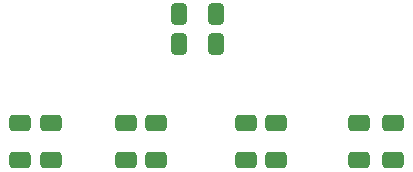
<source format=gtp>
G04 #@! TF.GenerationSoftware,KiCad,Pcbnew,7.0.2*
G04 #@! TF.CreationDate,2023-08-02T20:41:48-05:00*
G04 #@! TF.ProjectId,Session6,53657373-696f-46e3-962e-6b696361645f,rev?*
G04 #@! TF.SameCoordinates,Original*
G04 #@! TF.FileFunction,Paste,Top*
G04 #@! TF.FilePolarity,Positive*
%FSLAX46Y46*%
G04 Gerber Fmt 4.6, Leading zero omitted, Abs format (unit mm)*
G04 Created by KiCad (PCBNEW 7.0.2) date 2023-08-02 20:41:48*
%MOMM*%
%LPD*%
G01*
G04 APERTURE LIST*
G04 Aperture macros list*
%AMRoundRect*
0 Rectangle with rounded corners*
0 $1 Rounding radius*
0 $2 $3 $4 $5 $6 $7 $8 $9 X,Y pos of 4 corners*
0 Add a 4 corners polygon primitive as box body*
4,1,4,$2,$3,$4,$5,$6,$7,$8,$9,$2,$3,0*
0 Add four circle primitives for the rounded corners*
1,1,$1+$1,$2,$3*
1,1,$1+$1,$4,$5*
1,1,$1+$1,$6,$7*
1,1,$1+$1,$8,$9*
0 Add four rect primitives between the rounded corners*
20,1,$1+$1,$2,$3,$4,$5,0*
20,1,$1+$1,$4,$5,$6,$7,0*
20,1,$1+$1,$6,$7,$8,$9,0*
20,1,$1+$1,$8,$9,$2,$3,0*%
G04 Aperture macros list end*
%ADD10RoundRect,0.250000X-0.650000X0.412500X-0.650000X-0.412500X0.650000X-0.412500X0.650000X0.412500X0*%
%ADD11RoundRect,0.250000X-0.412500X-0.650000X0.412500X-0.650000X0.412500X0.650000X-0.412500X0.650000X0*%
G04 APERTURE END LIST*
D10*
X121920000Y-82257500D03*
X121920000Y-85382500D03*
X124460000Y-82257500D03*
X124460000Y-85382500D03*
D11*
X116255000Y-73025000D03*
X119380000Y-73025000D03*
X116255000Y-75565000D03*
X119380000Y-75565000D03*
D10*
X114300000Y-82257500D03*
X114300000Y-85382500D03*
X131495000Y-82257500D03*
X131495000Y-85382500D03*
X102820000Y-82257500D03*
X102820000Y-85382500D03*
X111760000Y-82257500D03*
X111760000Y-85382500D03*
X134327500Y-82257500D03*
X134327500Y-85382500D03*
X105410000Y-82257500D03*
X105410000Y-85382500D03*
M02*

</source>
